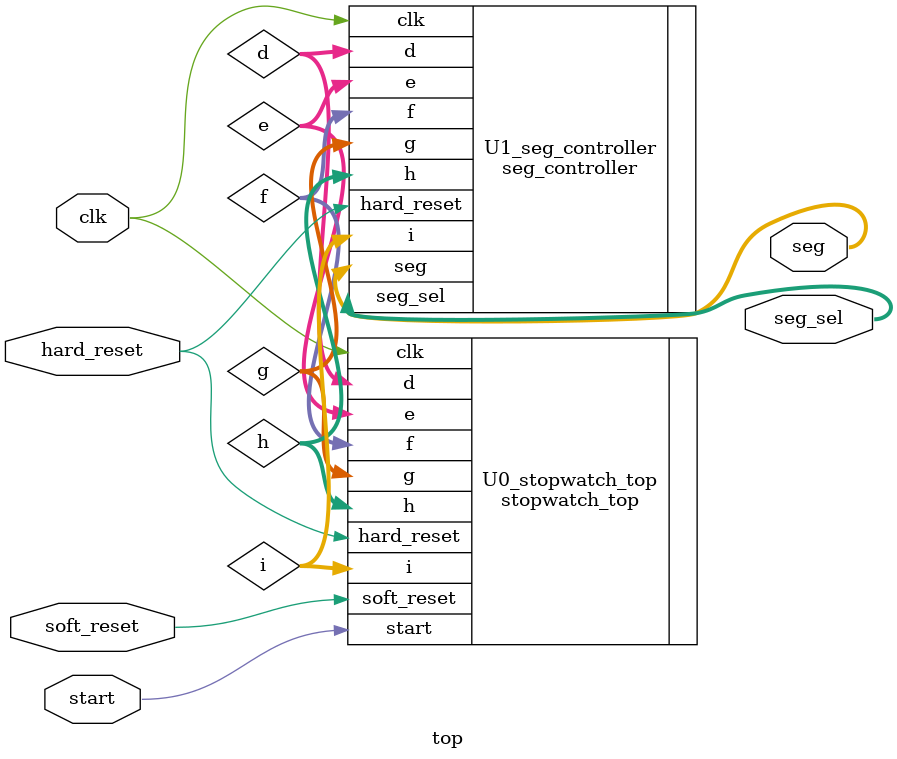
<source format=v>
module top(clk, soft_reset, hard_reset,
          start,
          seg,
          seg_sel);
          
input clk;
input soft_reset;
input hard_reset;
input start;
output [7:0] seg;
output [5:0] seg_sel;

wire [3:0] d;
wire [3:0] e;
wire [3:0] f;
wire [3:0] g;
wire [3:0] h;
wire [3:0] i;

stopwatch_top U0_stopwatch_top(.clk(clk),
                           .soft_reset(soft_reset),
                           .hard_reset(hard_reset),
                           .start(start),
                           .d(d),
                           .e(e),
                           .f(f),
                           .g(g),
                           .h(h),
                           .i(i));
                           
seg_controller U1_seg_controller(.clk(clk),
                                 .hard_reset(hard_reset),
                                 .d(d),
                                 .e(e),
                                 .f(f),
                                 .g(g),
                                 .h(h),
                                 .i(i),
                                 .seg(seg),
                                 .seg_sel(seg_sel));


endmodule

</source>
